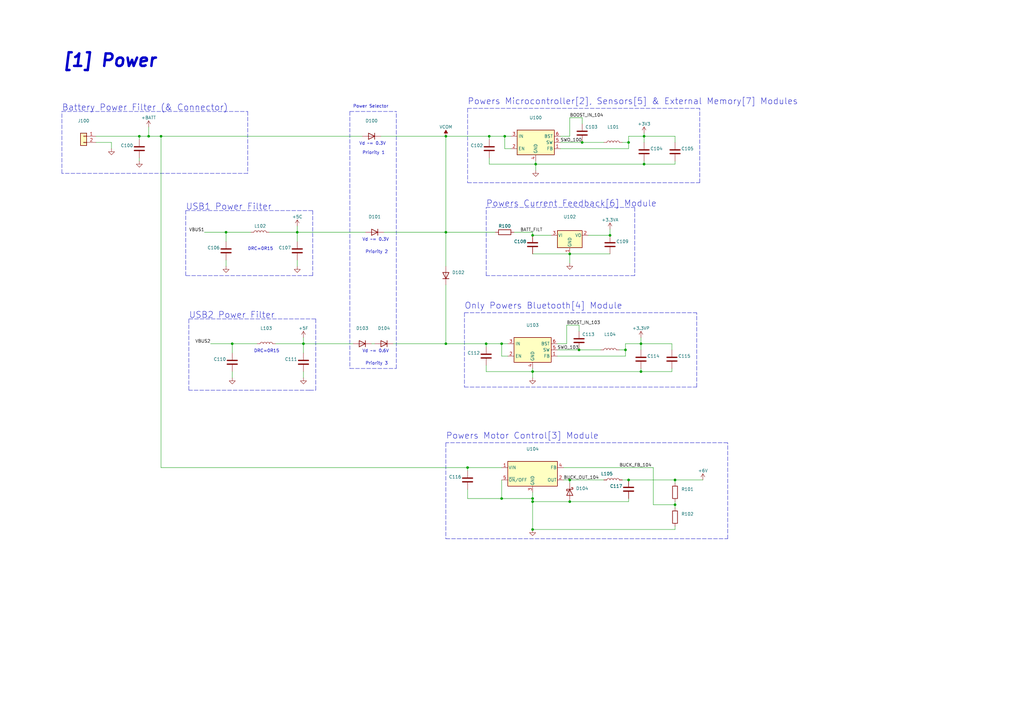
<source format=kicad_sch>
(kicad_sch (version 20211123) (generator eeschema)
  (paper "A3")
  (lib_symbols
    (symbol "AP63203WU_1"
      (property "Reference" "U100" (at 0 10.16 0))
      (property "Value" "AP63203WU_1" (at 0 7.62 0))
      (symbol "AP63203WU_1_0_1"
        (rectangle (start -7.62 5.08) (end 7.62 -5.08) (stroke (width 0.254)) (fill (type background)))
      )
      (symbol "AP63203WU_1_1_1"
        (pin input line (at 10.16 -2.54 180) (length 2.54) (name "FB") (number "1"))
        (pin input line (at -10.16 -2.54 0) (length 2.54) (name "EN") (number "2"))
        (pin power_in line (at -10.16 2.54 0) (length 2.54) (name "IN") (number "3"))
        (pin power_in line (at 0 -7.62 90) (length 2.54) (name "GND") (number "4"))
        (pin output line (at 10.16 0 180) (length 2.54) (name "SW") (number "5"))
        (pin passive line (at 10.16 2.54 180) (length 2.54) (name "BST") (number "6"))
      )
    )
    (symbol "Connector_Generic:Conn_01x02" (pin_names (offset 1.016) hide)
      (property "Reference" "J" (at 0 2.54 0))
      (property "Value" "Conn_01x02" (at 0 -5.08 0))
      (symbol "Conn_01x02_1_1"
        (rectangle (start -1.27 -2.413) (end 0 -2.667) (stroke (width 0.1524)))
        (rectangle (start -1.27 0.127) (end 0 -0.127) (stroke (width 0.1524)))
        (rectangle (start -1.27 1.27) (end 1.27 -3.81) (stroke (width 0.254)) (fill (type background)))
        (pin passive line (at -5.08 0 0) (length 3.81) (name "Pin_1") (number "1"))
        (pin passive line (at -5.08 -2.54 0) (length 3.81) (name "Pin_2") (number "2"))
      )
    )
    (symbol "Device:C" (pin_numbers hide) (pin_names (offset 0.254))
      (property "Reference" "C" (at 0.635 2.54 0))
      (property "Value" "C" (at 0.635 -2.54 0))
      (symbol "C_0_1"
        (polyline (pts (xy -2.032 -0.762) (xy 2.032 -0.762)) (stroke (width 0.508)))
        (polyline (pts (xy -2.032 0.762) (xy 2.032 0.762)) (stroke (width 0.508)))
      )
      (symbol "C_1_1"
        (pin passive line (at 0 3.81 270) (length 2.794) (name "~") (number "1"))
        (pin passive line (at 0 -3.81 90) (length 2.794) (name "~") (number "2"))
      )
    )
    (symbol "Device:L" (pin_numbers hide) (pin_names (offset 1.016) hide)
      (property "Reference" "L" (at -1.27 0 90))
      (property "Value" "L" (at 1.905 0 90))
      (symbol "L_0_1"
        (arc (start 0 -2.54) (mid 0.635 -1.905) (end 0 -1.27))
        (arc (start 0 -1.27) (mid 0.635 -0.635) (end 0 0))
        (arc (start 0 0) (mid 0.635 0.635) (end 0 1.27))
        (arc (start 0 1.27) (mid 0.635 1.905) (end 0 2.54))
      )
      (symbol "L_1_1"
        (pin passive line (at 0 3.81 270) (length 1.27) (name "1") (number "1"))
        (pin passive line (at 0 -3.81 90) (length 1.27) (name "2") (number "2"))
      )
    )
    (symbol "Device:R" (pin_numbers hide) (pin_names (offset 0))
      (property "Reference" "R" (at 2.032 0 90))
      (property "Value" "R" (at 0 0 90))
      (symbol "R_0_1"
        (rectangle (start -1.016 -2.54) (end 1.016 2.54) (stroke (width 0.254)))
      )
      (symbol "R_1_1"
        (pin passive line (at 0 3.81 270) (length 1.27) (name "~") (number "1"))
        (pin passive line (at 0 -3.81 90) (length 1.27) (name "~") (number "2"))
      )
    )
    (symbol "Diode:1N5822" (pin_numbers hide) (pin_names (offset 1.016) hide)
      (property "Reference" "D" (at 0 2.54 0))
      (property "Value" "1N5822" (at 0 -2.54 0))
      (symbol "1N5822_0_1"
        (polyline (pts (xy 1.27 0) (xy -1.27 0)))
        (polyline (pts (xy 1.27 1.27) (xy 1.27 -1.27) (xy -1.27 0) (xy 1.27 1.27)) (stroke (width 0.254)))
        (polyline (pts (xy -1.905 0.635) (xy -1.905 1.27) (xy -1.27 1.27) (xy -1.27 -1.27) (xy -0.635 -1.27) (xy -0.635 -0.635)) (stroke (width 0.254)))
      )
      (symbol "1N5822_1_1"
        (pin passive line (at -3.81 0 0) (length 2.54) (name "K") (number "1"))
        (pin passive line (at 3.81 0 180) (length 2.54) (name "A") (number "2"))
      )
    )
    (symbol "Diode:SM513" (pin_numbers hide) (pin_names (offset 1.016) hide)
      (property "Reference" "D" (at 0 2.54 0))
      (property "Value" "SM513" (at 0 -2.54 0))
      (symbol "SM513_0_1"
        (polyline (pts (xy -1.27 1.27) (xy -1.27 -1.27)) (stroke (width 0.254)))
        (polyline (pts (xy 1.27 0) (xy -1.27 0)))
        (polyline (pts (xy 1.27 1.27) (xy 1.27 -1.27) (xy -1.27 0) (xy 1.27 1.27)) (stroke (width 0.254)))
      )
      (symbol "SM513_1_1"
        (pin passive line (at -3.81 0 0) (length 2.54) (name "K") (number "1"))
        (pin passive line (at 3.81 0 180) (length 2.54) (name "A") (number "2"))
      )
    )
    (symbol "Regulator_Linear:AZ1117-3.3" (pin_names (offset 0.254))
      (property "Reference" "U" (at -3.81 3.175 0))
      (property "Value" "AZ1117-3.3" (at 0 3.175 0))
      (symbol "AZ1117-3.3_0_1"
        (rectangle (start -5.08 1.905) (end 5.08 -5.08) (stroke (width 0.254)) (fill (type background)))
      )
      (symbol "AZ1117-3.3_1_1"
        (pin power_in line (at 0 -7.62 90) (length 2.54) (name "GND") (number "1"))
        (pin power_out line (at 7.62 0 180) (length 2.54) (name "VO") (number "2"))
        (pin power_in line (at -7.62 0 0) (length 2.54) (name "VI") (number "3"))
      )
    )
    (symbol "Regulator_Switching:AP63203WU"
      (property "Reference" "U103" (at 0 10.16 0))
      (property "Value" "AP63203WU" (at 0 7.62 0))
      (symbol "AP63203WU_0_1"
        (rectangle (start -7.62 5.08) (end 7.62 -5.08) (stroke (width 0.254)) (fill (type background)))
      )
      (symbol "AP63203WU_1_1"
        (pin input line (at 10.16 -2.54 180) (length 2.54) (name "FB") (number "1"))
        (pin input line (at -10.16 -2.54 0) (length 2.54) (name "EN") (number "2"))
        (pin power_in line (at -10.16 2.54 0) (length 2.54) (name "IN") (number "3"))
        (pin power_in line (at 0 -7.62 90) (length 2.54) (name "GND") (number "4"))
        (pin output line (at 10.16 0 180) (length 2.54) (name "SW") (number "5"))
        (pin passive line (at 10.16 2.54 180) (length 2.54) (name "BST") (number "6"))
      )
    )
    (symbol "Regulator_Switching:LM2576S-ADJ" (pin_names (offset 0.254))
      (property "Reference" "U" (at -10.16 6.35 0))
      (property "Value" "LM2576S-ADJ" (at 0 6.35 0))
      (symbol "LM2576S-ADJ_0_1"
        (rectangle (start -10.16 5.08) (end 10.16 -5.08) (stroke (width 0.254)) (fill (type background)))
      )
      (symbol "LM2576S-ADJ_1_1"
        (pin power_in line (at -12.7 2.54 0) (length 2.54) (name "VIN") (number "1"))
        (pin output line (at 12.7 -2.54 180) (length 2.54) (name "OUT") (number "2"))
        (pin power_in line (at 0 -7.62 90) (length 2.54) (name "GND") (number "3"))
        (pin input line (at 12.7 2.54 180) (length 2.54) (name "FB") (number "4"))
        (pin input line (at -12.7 -2.54 0) (length 2.54) (name "~{ON}/OFF") (number "5"))
      )
    )
    (symbol "power:+3.3V" (power) (pin_names (offset 0))
      (property "Value" "+3.3V" (at 0 3.556 0))
      (symbol "+3.3V_0_1"
        (polyline (pts (xy -0.762 1.27) (xy 0 2.54)))
        (polyline (pts (xy 0 0) (xy 0 2.54)))
        (polyline (pts (xy 0 2.54) (xy 0.762 1.27)))
      )
      (symbol "+3.3V_1_1"
        (pin power_in line (at 0 0 90) (length 0) hide (name "+3V3") (number "1"))
      )
    )
    (symbol "power:+3.3VA" (power) (pin_names (offset 0))
      (property "Value" "+3.3VA" (at 0 3.556 0))
      (symbol "+3.3VA_0_1"
        (polyline (pts (xy -0.762 1.27) (xy 0 2.54)))
        (polyline (pts (xy 0 0) (xy 0 2.54)))
        (polyline (pts (xy 0 2.54) (xy 0.762 1.27)))
      )
      (symbol "+3.3VA_1_1"
        (pin power_in line (at 0 0 90) (length 0) hide (name "+3.3VA") (number "1"))
      )
    )
    (symbol "power:+3.3VP" (power) (pin_names (offset 0))
      (property "Value" "+3.3VP" (at 0 2.54 0))
      (symbol "+3.3VP_0_0"
        (pin power_in line (at 0 0 90) (length 0) hide (name "+3.3VP") (number "1"))
      )
      (symbol "+3.3VP_0_1"
        (polyline (pts (xy -0.762 1.27) (xy 0 2.54)))
        (polyline (pts (xy 0 0) (xy 0 2.54)))
        (polyline (pts (xy 0 2.54) (xy 0.762 1.27)))
      )
    )
    (symbol "power:+5C" (power) (pin_names (offset 0))
      (property "Value" "+5C" (at 0 3.556 0))
      (symbol "+5C_0_1"
        (polyline (pts (xy -0.762 1.27) (xy 0 2.54)))
        (polyline (pts (xy 0 0) (xy 0 2.54)))
        (polyline (pts (xy 0 2.54) (xy 0.762 1.27)))
      )
      (symbol "+5C_1_1"
        (pin power_in line (at 0 0 90) (length 0) hide (name "+5C") (number "1"))
      )
    )
    (symbol "power:+5F" (power) (pin_names (offset 0))
      (property "Value" "+5F" (at 0 3.556 0))
      (symbol "+5F_0_1"
        (polyline (pts (xy -0.762 1.27) (xy 0 2.54)))
        (polyline (pts (xy 0 0) (xy 0 2.54)))
        (polyline (pts (xy 0 2.54) (xy 0.762 1.27)))
      )
      (symbol "+5F_1_1"
        (pin power_in line (at 0 0 90) (length 0) hide (name "+5F") (number "1"))
      )
    )
    (symbol "power:+6V" (power) (pin_names (offset 0))
      (property "Value" "+6V" (at 0 3.556 0))
      (symbol "+6V_0_1"
        (polyline (pts (xy -0.762 1.27) (xy 0 2.54)))
        (polyline (pts (xy 0 0) (xy 0 2.54)))
        (polyline (pts (xy 0 2.54) (xy 0.762 1.27)))
      )
      (symbol "+6V_1_1"
        (pin power_in line (at 0 0 90) (length 0) hide (name "+6V") (number "1"))
      )
    )
    (symbol "power:+BATT" (power) (pin_names (offset 0))
      (property "Value" "+BATT" (at 0 3.556 0))
      (symbol "+BATT_0_1"
        (polyline (pts (xy -0.762 1.27) (xy 0 2.54)))
        (polyline (pts (xy 0 0) (xy 0 2.54)))
        (polyline (pts (xy 0 2.54) (xy 0.762 1.27)))
      )
      (symbol "+BATT_1_1"
        (pin power_in line (at 0 0 90) (length 0) hide (name "+BATT") (number "1"))
      )
    )
    (symbol "power:GND" (power) (pin_names (offset 0))
      (property "Value" "GND" (at 0 -3.81 0))
      (symbol "GND_0_1"
        (polyline (pts (xy 0 0) (xy 0 -1.27) (xy 1.27 -1.27) (xy 0 -2.54) (xy -1.27 -1.27) (xy 0 -1.27)))
      )
      (symbol "GND_1_1"
        (pin power_in line (at 0 0 270) (length 0) hide (name "GND") (number "1"))
      )
    )
    (symbol "power:VCOM" (power) (pin_names (offset 0))
      (property "Value" "VCOM" (at 0 3.81 0))
      (symbol "VCOM_0_1"
        (polyline (pts (xy 0 0) (xy 0 2.54)))
        (polyline (pts (xy 0.762 1.27) (xy -0.762 1.27) (xy 0 2.54) (xy 0.762 1.27)) (fill (type outline)))
      )
      (symbol "VCOM_1_1"
        (pin power_in line (at 0 0 90) (length 0) hide (name "VCOM") (number "1"))
      )
    )
  )
  (junction (at 207.01 55.88))
  (junction (at 256.54 143.51))
  (junction (at 205.74 140.97))
  (junction (at 257.81 58.42))
  (junction (at 233.68 196.85))
  (junction (at 218.44 152.4))
  (junction (at 182.88 55.88))
  (junction (at 66.04 55.88))
  (junction (at 237.49 143.51))
  (junction (at 218.44 205.74))
  (junction (at 257.81 196.85))
  (junction (at 219.71 67.31))
  (junction (at 57.15 55.88))
  (junction (at 262.89 140.97))
  (junction (at 264.16 67.31))
  (junction (at 250.19 96.52))
  (junction (at 218.44 217.17))
  (junction (at 124.46 140.97))
  (junction (at 121.92 95.25))
  (junction (at 199.39 140.97))
  (junction (at 182.88 95.25))
  (junction (at 92.71 95.25))
  (junction (at 191.77 191.77))
  (junction (at 233.68 205.74))
  (junction (at 200.66 55.88))
  (junction (at 276.86 196.85))
  (junction (at 218.44 204.47))
  (junction (at 264.16 55.88))
  (junction (at 262.89 152.4))
  (junction (at 238.76 58.42))
  (junction (at 218.44 96.52))
  (junction (at 60.96 55.88))
  (junction (at 205.74 204.47))
  (junction (at 233.68 104.14))
  (junction (at 182.88 140.97))
  (junction (at 95.25 140.97))
  (junction (at 276.86 207.01))
  (wire (pts (xy 250.19 93.98) (xy 250.19 96.52)))
  (wire (pts (xy 275.59 151.13) (xy 275.59 152.4)))
  (wire (pts (xy 200.66 67.31) (xy 219.71 67.31)))
  (wire (pts (xy 238.76 50.8) (xy 238.76 48.26)))
  (wire (pts (xy 200.66 55.88) (xy 200.66 57.15)))
  (polyline (pts (xy 143.51 45.72) (xy 162.56 45.72)))
  (wire (pts (xy 205.74 196.85) (xy 205.74 204.47)))
  (wire (pts (xy 264.16 67.31) (xy 276.86 67.31)))
  (wire (pts (xy 255.27 58.42) (xy 257.81 58.42)))
  (wire (pts (xy 255.27 196.85) (xy 257.81 196.85)))
  (wire (pts (xy 262.89 138.43) (xy 262.89 140.97)))
  (polyline (pts (xy 191.77 44.45) (xy 191.77 74.93)))
  (polyline (pts (xy 190.5 158.75) (xy 285.75 158.75)))
  (wire (pts (xy 257.81 204.47) (xy 257.81 205.74)))
  (wire (pts (xy 60.96 52.07) (xy 60.96 55.88)))
  (wire (pts (xy 276.86 196.85) (xy 288.29 196.85)))
  (wire (pts (xy 209.55 55.88) (xy 207.01 55.88)))
  (wire (pts (xy 153.67 140.97) (xy 152.4 140.97)))
  (wire (pts (xy 182.88 95.25) (xy 203.2 95.25)))
  (wire (pts (xy 218.44 217.17) (xy 276.86 217.17)))
  (wire (pts (xy 228.6 140.97) (xy 232.41 140.97)))
  (wire (pts (xy 228.6 143.51) (xy 237.49 143.51)))
  (wire (pts (xy 199.39 152.4) (xy 218.44 152.4)))
  (polyline (pts (xy 101.6 45.72) (xy 101.6 71.12)))
  (wire (pts (xy 92.71 95.25) (xy 92.71 99.06)))
  (wire (pts (xy 218.44 152.4) (xy 218.44 154.94)))
  (wire (pts (xy 191.77 200.66) (xy 191.77 204.47)))
  (wire (pts (xy 267.97 207.01) (xy 276.86 207.01)))
  (wire (pts (xy 238.76 48.26) (xy 233.68 48.26)))
  (polyline (pts (xy 143.51 151.13) (xy 162.56 151.13)))
  (polyline (pts (xy 191.77 44.45) (xy 287.02 44.45)))
  (wire (pts (xy 275.59 143.51) (xy 275.59 140.97)))
  (polyline (pts (xy 260.35 113.03) (xy 199.39 113.03)))
  (polyline (pts (xy 101.6 71.12) (xy 25.4 71.12)))
  (wire (pts (xy 276.86 198.12) (xy 276.86 196.85)))
  (wire (pts (xy 205.74 140.97) (xy 205.74 146.05)))
  (wire (pts (xy 257.81 55.88) (xy 264.16 55.88)))
  (polyline (pts (xy 143.51 45.72) (xy 143.51 151.13)))
  (wire (pts (xy 124.46 138.43) (xy 124.46 140.97)))
  (polyline (pts (xy 162.56 151.13) (xy 162.56 45.72)))
  (polyline (pts (xy 298.45 181.61) (xy 182.88 181.61)))
  (polyline (pts (xy 127 160.02) (xy 129.54 160.02)))
  (wire (pts (xy 264.16 55.88) (xy 276.86 55.88)))
  (wire (pts (xy 207.01 55.88) (xy 207.01 60.96)))
  (wire (pts (xy 256.54 140.97) (xy 262.89 140.97)))
  (wire (pts (xy 182.88 140.97) (xy 199.39 140.97)))
  (wire (pts (xy 264.16 55.88) (xy 264.16 58.42)))
  (wire (pts (xy 121.92 95.25) (xy 121.92 99.06)))
  (wire (pts (xy 257.81 196.85) (xy 276.86 196.85)))
  (wire (pts (xy 218.44 204.47) (xy 218.44 205.74)))
  (wire (pts (xy 121.92 95.25) (xy 149.86 95.25)))
  (polyline (pts (xy 190.5 128.27) (xy 285.75 128.27)))
  (wire (pts (xy 199.39 140.97) (xy 199.39 142.24)))
  (wire (pts (xy 218.44 201.93) (xy 218.44 204.47)))
  (polyline (pts (xy 298.45 220.98) (xy 298.45 181.61)))
  (wire (pts (xy 218.44 205.74) (xy 218.44 217.17)))
  (wire (pts (xy 218.44 104.14) (xy 233.68 104.14)))
  (wire (pts (xy 229.87 58.42) (xy 238.76 58.42)))
  (wire (pts (xy 241.3 96.52) (xy 250.19 96.52)))
  (polyline (pts (xy 77.47 130.81) (xy 129.54 130.81)))
  (polyline (pts (xy 77.47 160.02) (xy 77.47 130.81)))
  (wire (pts (xy 102.87 95.25) (xy 92.71 95.25)))
  (wire (pts (xy 156.21 55.88) (xy 182.88 55.88)))
  (polyline (pts (xy 199.39 113.03) (xy 199.39 85.09)))
  (wire (pts (xy 218.44 96.52) (xy 226.06 96.52)))
  (wire (pts (xy 124.46 140.97) (xy 124.46 144.78)))
  (wire (pts (xy 254 143.51) (xy 256.54 143.51)))
  (wire (pts (xy 205.74 204.47) (xy 218.44 204.47)))
  (polyline (pts (xy 285.75 158.75) (xy 285.75 128.27)))
  (wire (pts (xy 191.77 204.47) (xy 205.74 204.47)))
  (wire (pts (xy 233.68 104.14) (xy 250.19 104.14)))
  (wire (pts (xy 205.74 191.77) (xy 191.77 191.77)))
  (wire (pts (xy 182.88 116.84) (xy 182.88 140.97)))
  (wire (pts (xy 233.68 205.74) (xy 257.81 205.74)))
  (wire (pts (xy 267.97 191.77) (xy 267.97 207.01)))
  (wire (pts (xy 207.01 55.88) (xy 200.66 55.88)))
  (wire (pts (xy 45.72 58.42) (xy 45.72 60.96)))
  (wire (pts (xy 95.25 140.97) (xy 95.25 144.78)))
  (wire (pts (xy 191.77 191.77) (xy 191.77 193.04)))
  (wire (pts (xy 237.49 133.35) (xy 232.41 133.35)))
  (polyline (pts (xy 25.4 71.12) (xy 25.4 45.72)))
  (wire (pts (xy 60.96 55.88) (xy 57.15 55.88)))
  (wire (pts (xy 233.68 196.85) (xy 247.65 196.85)))
  (polyline (pts (xy 127 160.02) (xy 77.47 160.02)))
  (wire (pts (xy 57.15 64.77) (xy 57.15 66.04)))
  (wire (pts (xy 210.82 95.25) (xy 218.44 95.25)))
  (wire (pts (xy 262.89 151.13) (xy 262.89 152.4)))
  (wire (pts (xy 39.37 55.88) (xy 57.15 55.88)))
  (polyline (pts (xy 190.5 128.27) (xy 190.5 158.75)))
  (wire (pts (xy 229.87 55.88) (xy 233.68 55.88)))
  (wire (pts (xy 60.96 55.88) (xy 66.04 55.88)))
  (wire (pts (xy 256.54 143.51) (xy 256.54 146.05)))
  (wire (pts (xy 66.04 55.88) (xy 148.59 55.88)))
  (wire (pts (xy 124.46 152.4) (xy 124.46 154.94)))
  (polyline (pts (xy 76.2 86.36) (xy 128.27 86.36)))
  (wire (pts (xy 124.46 140.97) (xy 144.78 140.97)))
  (wire (pts (xy 161.29 140.97) (xy 182.88 140.97)))
  (wire (pts (xy 110.49 95.25) (xy 121.92 95.25)))
  (wire (pts (xy 219.71 67.31) (xy 264.16 67.31)))
  (wire (pts (xy 95.25 152.4) (xy 95.25 154.94)))
  (polyline (pts (xy 128.27 113.03) (xy 76.2 113.03)))
  (polyline (pts (xy 260.35 85.09) (xy 260.35 113.03)))
  (wire (pts (xy 191.77 191.77) (xy 66.04 191.77)))
  (wire (pts (xy 238.76 58.42) (xy 247.65 58.42)))
  (polyline (pts (xy 199.39 85.09) (xy 260.35 85.09)))
  (wire (pts (xy 237.49 143.51) (xy 246.38 143.51)))
  (wire (pts (xy 208.28 140.97) (xy 205.74 140.97)))
  (wire (pts (xy 219.71 67.31) (xy 219.71 69.85)))
  (wire (pts (xy 83.82 95.25) (xy 92.71 95.25)))
  (wire (pts (xy 199.39 149.86) (xy 199.39 152.4)))
  (wire (pts (xy 209.55 60.96) (xy 207.01 60.96)))
  (wire (pts (xy 121.92 92.71) (xy 121.92 95.25)))
  (polyline (pts (xy 182.88 220.98) (xy 298.45 220.98)))
  (wire (pts (xy 200.66 64.77) (xy 200.66 67.31)))
  (wire (pts (xy 205.74 140.97) (xy 199.39 140.97)))
  (wire (pts (xy 218.44 205.74) (xy 233.68 205.74)))
  (wire (pts (xy 157.48 95.25) (xy 182.88 95.25)))
  (wire (pts (xy 233.68 196.85) (xy 233.68 198.12)))
  (wire (pts (xy 39.37 58.42) (xy 45.72 58.42)))
  (wire (pts (xy 264.16 54.61) (xy 264.16 55.88)))
  (wire (pts (xy 237.49 135.89) (xy 237.49 133.35)))
  (wire (pts (xy 276.86 215.9) (xy 276.86 217.17)))
  (wire (pts (xy 218.44 96.52) (xy 218.44 95.25)))
  (wire (pts (xy 208.28 146.05) (xy 205.74 146.05)))
  (wire (pts (xy 92.71 106.68) (xy 92.71 109.22)))
  (wire (pts (xy 182.88 55.88) (xy 200.66 55.88)))
  (polyline (pts (xy 182.88 181.61) (xy 182.88 220.98)))
  (wire (pts (xy 229.87 60.96) (xy 257.81 60.96)))
  (wire (pts (xy 182.88 55.88) (xy 182.88 95.25)))
  (wire (pts (xy 262.89 140.97) (xy 262.89 143.51)))
  (wire (pts (xy 105.41 140.97) (xy 95.25 140.97)))
  (wire (pts (xy 264.16 66.04) (xy 264.16 67.31)))
  (wire (pts (xy 113.03 140.97) (xy 124.46 140.97)))
  (wire (pts (xy 66.04 191.77) (xy 66.04 55.88)))
  (wire (pts (xy 121.92 106.68) (xy 121.92 109.22)))
  (wire (pts (xy 256.54 140.97) (xy 256.54 143.51)))
  (wire (pts (xy 262.89 140.97) (xy 275.59 140.97)))
  (wire (pts (xy 233.68 48.26) (xy 233.68 55.88)))
  (wire (pts (xy 276.86 205.74) (xy 276.86 207.01)))
  (wire (pts (xy 218.44 151.13) (xy 218.44 152.4)))
  (wire (pts (xy 86.36 140.97) (xy 95.25 140.97)))
  (wire (pts (xy 57.15 55.88) (xy 57.15 57.15)))
  (wire (pts (xy 228.6 146.05) (xy 256.54 146.05)))
  (polyline (pts (xy 25.4 45.72) (xy 101.6 45.72)))
  (wire (pts (xy 218.44 152.4) (xy 262.89 152.4)))
  (wire (pts (xy 257.81 55.88) (xy 257.81 58.42)))
  (polyline (pts (xy 287.02 74.93) (xy 287.02 44.45)))
  (wire (pts (xy 232.41 133.35) (xy 232.41 140.97)))
  (wire (pts (xy 219.71 66.04) (xy 219.71 67.31)))
  (wire (pts (xy 233.68 104.14) (xy 233.68 107.95)))
  (wire (pts (xy 231.14 196.85) (xy 233.68 196.85)))
  (polyline (pts (xy 129.54 130.81) (xy 129.54 160.02)))
  (wire (pts (xy 231.14 191.77) (xy 267.97 191.77)))
  (polyline (pts (xy 128.27 86.36) (xy 128.27 113.03)))
  (wire (pts (xy 276.86 58.42) (xy 276.86 55.88)))
  (wire (pts (xy 276.86 207.01) (xy 276.86 208.28)))
  (wire (pts (xy 182.88 95.25) (xy 182.88 109.22)))
  (polyline (pts (xy 191.77 74.93) (xy 287.02 74.93)))
  (polyline (pts (xy 76.2 113.03) (xy 76.2 86.36)))
  (wire (pts (xy 276.86 66.04) (xy 276.86 67.31)))
  (wire (pts (xy 257.81 58.42) (xy 257.81 60.96)))
  (wire (pts (xy 262.89 152.4) (xy 275.59 152.4)))
  (text "Battery Power Filter (& Connector)" (at 25.4 45.72 0) (effects (font (size 2.54 2.54)) (justify left bottom)))
  (text "Priority 3" (at 149.86 149.86 0) (effects (font (size 1.27 1.27)) (justify left bottom)))
  (text "Powers Microcontroller[2], Sensors[5] & External Memory[7] Modules" (at 191.77 43.18 0) (effects (font (size 2.54 2.54)) (justify left bottom)))
  (text "Power Selector" (at 144.78 44.45 0) (effects (font (size 1.27 1.27)) (justify left bottom)))
  (text "Vd ~= 0.6V" (at 148.59 144.78 0) (effects (font (size 1.27 1.27)) (justify left bottom)))
  (text "Powers Current Feedback[6] Module " (at 199.39 85.09 0) (effects (font (size 2.54 2.54)) (justify left bottom)))
  (text "Only Powers Bluetooth[4] Module " (at 190.5 127 0) (effects (font (size 2.54 2.54)) (justify left bottom)))
  (text "DRC=0R15" (at 104.14 144.78 0) (effects (font (size 1.27 1.27)) (justify left bottom)))
  (text "Vd ~= 0.3V" (at 148.59 99.06 0) (effects (font (size 1.27 1.27)) (justify left bottom)))
  (text "Vd ~= 0.3V" (at 147.32 59.69 0) (effects (font (size 1.27 1.27)) (justify left bottom)))
  (text "USB2 Power Filter" (at 77.47 130.81 0) (effects (font (size 2.54 2.54)) (justify left bottom)))
  (text "USB1 Power Filter" (at 76.2 86.36 0) (effects (font (size 2.54 2.54)) (justify left bottom)))
  (text "Priority 2" (at 149.86 104.14 0) (effects (font (size 1.27 1.27)) (justify left bottom)))
  (text "Priority 1" (at 148.59 63.5 0) (effects (font (size 1.27 1.27)) (justify left bottom)))
  (text "DRC=0R15" (at 101.6 102.87 0) (effects (font (size 1.27 1.27)) (justify left bottom)))
  (text "[1] Power" (at 25.4 27.94 0) (effects (font (size 5.08 5.08) (thickness 1.016) bold italic) (justify left bottom)))
  (text "Powers Motor Control[3] Module" (at 182.88 180.34 0) (effects (font (size 2.54 2.54)) (justify left bottom)))
  (label "BOOST_IN_104" (at 233.68 48.26 0))
  (label "BUCK_OUT_104" (at 231.14 196.85 0))
  (label "SWO_100" (at 229.87 58.42 0))
  (label "VBUS2" (at 86.36 140.97 180))
  (label "BOOST_IN_103" (at 232.41 133.35 0))
  (label "VBUS1" (at 83.82 95.25 180))
  (label "SWO_103" (at 228.6 143.51 0))
  (label "BUCK_FB_104" (at 254 191.77 0))
  (label "BATT_FILT" (at 213.36 95.25 0))
  (symbol (lib_id "Diode:1N5822") (at 233.68 201.93 270) (unit 1)
    (property "Reference" "D104" (at 236.22 200.3424 90) (effects (justify left)))
    (property "Datasheet" "http://www.vishay.com/docs/88526/1n5820.pdf" (effects hide))
  )
  (symbol (lib_id "Device:C") (at 95.25 148.59 0) (mirror y) (unit 1)
    (property "Reference" "C110" (at 92.71 147.32 0) (effects (justify left)))
  )
  (symbol (lib_id "Device:C") (at 218.44 100.33 0) (mirror y) (unit 1)
    (property "Reference" "C108" (at 215.9 99.06 0) (effects (justify left)))
  )
  (symbol (lib_id "Device:C") (at 262.89 147.32 0) (unit 1)
    (property "Reference" "C114" (at 265.43 146.05 0) (effects (justify left)))
  )
  (symbol (lib_id "power:+5C") (at 121.92 92.71 0) (unit 1)
    (property "Reference" "#PWR0111" (effects hide))
    (property "Value" "+5C" (at 121.92 88.9 0))
  )
  (symbol (lib_id "power:GND") (at 124.46 154.94 0) (unit 1)
    (property "Reference" "#PWR0118" (effects hide))
    (property "Value" "GND" (effects hide))
  )
  (symbol (lib_id "Device:C") (at 257.81 200.66 0) (mirror y) (unit 1)
    (property "Reference" "C117" (at 255.27 199.39 0) (effects (justify left)))
  )
  (symbol (lib_id "power:+6V") (at 288.29 196.85 0) (unit 1)
    (property "Reference" "#PWR0101" (effects hide))
    (property "Value" "+6V" (at 288.29 193.04 0))
  )
  (symbol (lib_id "Device:C") (at 92.71 102.87 0) (mirror y) (unit 1)
    (property "Reference" "C106" (at 90.17 101.6 0) (effects (justify left)))
  )
  (symbol (lib_name "AP63203WU_1") (lib_id "Regulator_Switching:AP63203WU") (at 219.71 58.42 0) (unit 1)
    (property "Reference" "U100" (at 219.71 48.26 0))
    (property "Datasheet" "https://www.diodes.com/assets/Datasheets/AP63200-AP63201-AP63203-AP63205.pdf" (effects hide))
  )
  (symbol (lib_id "Regulator_Switching:LM2576S-ADJ") (at 218.44 194.31 0) (unit 1)
    (property "Reference" "U104" (at 218.44 184.15 0))
    (property "Datasheet" "http://www.ti.com/lit/ds/symlink/lm2576.pdf" (effects hide))
  )
  (symbol (lib_id "Device:C") (at 200.66 60.96 0) (mirror y) (unit 1)
    (property "Reference" "C102" (at 198.12 59.69 0) (effects (justify left)))
  )
  (symbol (lib_id "power:+BATT") (at 60.96 52.07 0) (unit 1)
    (property "Reference" "#PWR0113" (effects hide))
    (property "Value" "+BATT" (at 60.96 48.26 0))
  )
  (symbol (lib_id "power:VCOM") (at 182.88 55.88 0) (unit 1)
    (property "Reference" "#PWR0110" (effects hide))
    (property "Value" "VCOM" (at 182.88 52.07 0))
  )
  (symbol (lib_id "Device:R") (at 276.86 201.93 180) (unit 1)
    (property "Reference" "R101" (at 279.4 200.6599 0) (effects (justify right)))
  )
  (symbol (lib_id "Diode:SM513") (at 157.48 140.97 180) (unit 1)
    (property "Reference" "D104" (at 157.48 134.62 0))
    (property "Datasheet" "http://cdn-reichelt.de/documents/datenblatt/A400/SMD1N400%23DIO.pdf" (effects hide))
  )
  (symbol (lib_id "power:GND") (at 57.15 66.04 0) (unit 1)
    (property "Reference" "#PWR0114" (effects hide))
    (property "Value" "GND" (effects hide))
  )
  (symbol (lib_id "power:+3.3VA") (at 250.19 93.98 0) (unit 1)
    (property "Reference" "#PWR0105" (effects hide))
    (property "Value" "+3.3VA" (at 250.19 90.17 0))
  )
  (symbol (lib_id "power:+5F") (at 124.46 138.43 0) (unit 1)
    (property "Reference" "#PWR0109" (effects hide))
    (property "Value" "+5F" (at 124.46 134.62 0))
  )
  (symbol (lib_id "Device:L") (at 106.68 95.25 90) (unit 1)
    (property "Reference" "L102" (at 106.68 92.71 90))
  )
  (symbol (lib_id "Device:L") (at 251.46 196.85 90) (unit 1)
    (property "Reference" "L105" (at 248.92 194.31 90))
  )
  (symbol (lib_id "power:GND") (at 95.25 154.94 0) (unit 1)
    (property "Reference" "#PWR0115" (effects hide))
    (property "Value" "GND" (effects hide))
  )
  (symbol (lib_id "power:GND") (at 92.71 109.22 0) (unit 1)
    (property "Reference" "#PWR0117" (effects hide))
    (property "Value" "GND" (effects hide))
  )
  (symbol (lib_id "Diode:SM513") (at 148.59 140.97 180) (unit 1)
    (property "Reference" "D103" (at 148.59 134.62 0))
    (property "Datasheet" "http://cdn-reichelt.de/documents/datenblatt/A400/SMD1N400%23DIO.pdf" (effects hide))
  )
  (symbol (lib_id "power:GND") (at 218.44 217.17 0) (unit 1)
    (property "Reference" "#PWR0102" (effects hide))
    (property "Value" "GND" (effects hide))
  )
  (symbol (lib_id "power:GND") (at 121.92 109.22 0) (unit 1)
    (property "Reference" "#PWR0116" (effects hide))
    (property "Value" "GND" (effects hide))
  )
  (symbol (lib_id "Connector_Generic:Conn_01x02") (at 34.29 55.88 0) (mirror y) (unit 1)
    (property "Reference" "J100" (at 34.29 49.53 0))
  )
  (symbol (lib_id "Device:C") (at 250.19 100.33 0) (unit 1)
    (property "Reference" "C109" (at 252.73 99.06 0) (effects (justify left)))
  )
  (symbol (lib_id "Device:C") (at 199.39 146.05 0) (mirror y) (unit 1)
    (property "Reference" "C112" (at 196.85 144.78 0) (effects (justify left)))
  )
  (symbol (lib_id "Regulator_Linear:AZ1117-3.3") (at 233.68 96.52 0) (unit 1)
    (property "Reference" "U102" (at 233.68 88.9 0))
    (property "Datasheet" "https://www.diodes.com/assets/Datasheets/AZ1117.pdf" (effects hide))
  )
  (symbol (lib_id "Device:L") (at 109.22 140.97 90) (unit 1)
    (property "Reference" "L103" (at 109.22 134.62 90))
  )
  (symbol (lib_id "power:+3.3V") (at 264.16 54.61 0) (unit 1)
    (property "Reference" "#PWR0108" (effects hide))
    (property "Value" "+3.3V" (at 264.16 50.8 0))
  )
  (symbol (lib_id "Device:L") (at 251.46 58.42 90) (unit 1)
    (property "Reference" "L101" (at 251.46 52.07 90))
  )
  (symbol (lib_id "Diode:SM513") (at 152.4 55.88 180) (unit 1)
    (property "Reference" "D100" (at 152.4 49.53 0))
    (property "Datasheet" "http://cdn-reichelt.de/documents/datenblatt/A400/SMD1N400%23DIO.pdf" (effects hide))
  )
  (symbol (lib_id "Device:C") (at 276.86 62.23 0) (unit 1)
    (property "Reference" "C105" (at 279.4 60.96 0) (effects (justify left)))
  )
  (symbol (lib_id "Device:L") (at 250.19 143.51 90) (unit 1)
    (property "Reference" "L104" (at 250.19 137.16 90))
  )
  (symbol (lib_id "Device:C") (at 121.92 102.87 0) (mirror y) (unit 1)
    (property "Reference" "C107" (at 119.38 101.6 0) (effects (justify left)))
  )
  (symbol (lib_id "Device:R") (at 276.86 212.09 180) (unit 1)
    (property "Reference" "R102" (at 279.4 210.8199 0) (effects (justify right)))
  )
  (symbol (lib_id "power:GND") (at 45.72 60.96 0) (unit 1)
    (property "Reference" "#PWR0112" (effects hide))
    (property "Value" "GND" (effects hide))
  )
  (symbol (lib_id "Device:C") (at 191.77 196.85 0) (mirror y) (unit 1)
    (property "Reference" "C116" (at 189.23 195.58 0) (effects (justify left)))
  )
  (symbol (lib_id "Regulator_Switching:AP63203WU") (at 218.44 143.51 0) (unit 1)
    (property "Reference" "U103" (at 218.44 133.35 0))
    (property "Datasheet" "https://www.diodes.com/assets/Datasheets/AP63200-AP63201-AP63203-AP63205.pdf" (effects hide))
  )
  (symbol (lib_id "Device:R") (at 207.01 95.25 90) (unit 1)
    (property "Reference" "R100" (at 207.01 92.71 90))
  )
  (symbol (lib_id "Device:C") (at 264.16 62.23 0) (unit 1)
    (property "Reference" "C104" (at 266.7 60.96 0) (effects (justify left)))
  )
  (symbol (lib_id "Device:C") (at 238.76 54.61 0) (unit 1)
    (property "Reference" "C103" (at 240.03 52.07 0) (effects (justify left)))
  )
  (symbol (lib_id "Device:C") (at 57.15 60.96 0) (mirror y) (unit 1)
    (property "Reference" "C100" (at 54.61 59.69 0) (effects (justify left)))
  )
  (symbol (lib_id "Device:C") (at 237.49 139.7 0) (unit 1)
    (property "Reference" "C113" (at 238.76 137.16 0) (effects (justify left)))
  )
  (symbol (lib_id "power:GND") (at 218.44 154.94 0) (unit 1)
    (property "Reference" "#PWR0103" (effects hide))
    (property "Value" "GND" (effects hide))
  )
  (symbol (lib_id "power:GND") (at 219.71 69.85 0) (unit 1)
    (property "Reference" "#PWR0107" (effects hide))
    (property "Value" "GND" (effects hide))
  )
  (symbol (lib_id "Diode:SM513") (at 182.88 113.03 90) (unit 1)
    (property "Reference" "D102" (at 185.42 111.7599 90) (effects (justify right)))
    (property "Datasheet" "http://cdn-reichelt.de/documents/datenblatt/A400/SMD1N400%23DIO.pdf" (effects hide))
  )
  (symbol (lib_id "Device:C") (at 275.59 147.32 0) (unit 1)
    (property "Reference" "C115" (at 278.13 146.05 0) (effects (justify left)))
  )
  (symbol (lib_id "Device:C") (at 124.46 148.59 0) (mirror y) (unit 1)
    (property "Reference" "C111" (at 121.92 147.32 0) (effects (justify left)))
  )
  (symbol (lib_id "Diode:SM513") (at 153.67 95.25 180) (unit 1)
    (property "Reference" "D101" (at 153.67 88.9 0))
    (property "Datasheet" "http://cdn-reichelt.de/documents/datenblatt/A400/SMD1N400%23DIO.pdf" (effects hide))
  )
  (symbol (lib_id "power:+3.3VP") (at 262.89 138.43 0) (unit 1)
    (property "Reference" "#PWR0104" (effects hide))
    (property "Value" "+3.3VP" (at 262.89 134.62 0))
  )
  (symbol (lib_id "power:GND") (at 233.68 107.95 0) (unit 1)
    (property "Reference" "#PWR0106" (effects hide))
    (property "Value" "GND" (effects hide))
  )
)
</source>
